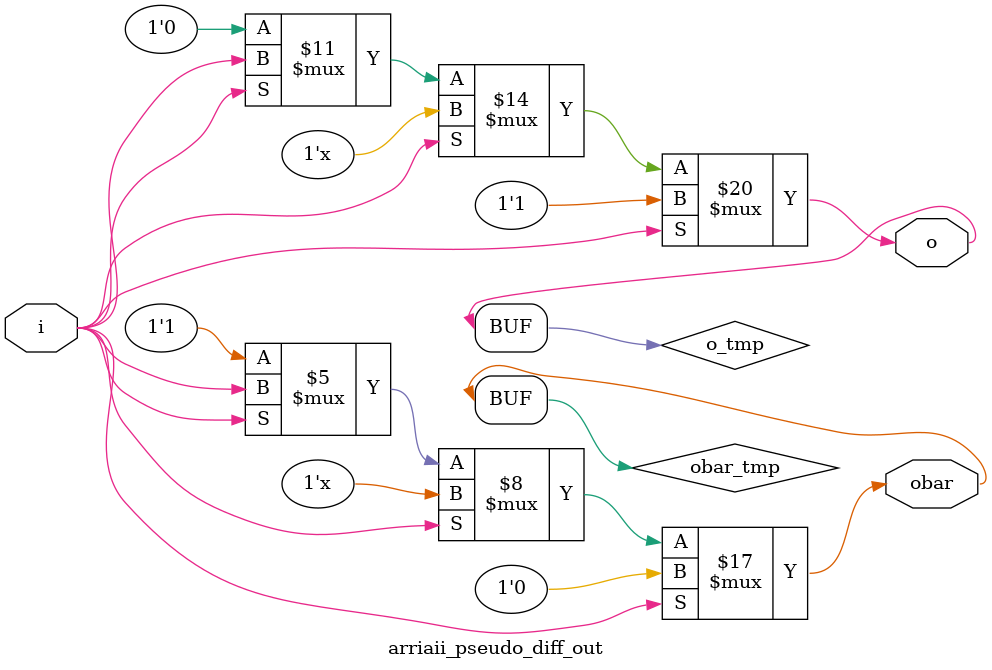
<source format=v>
module arriaii_pseudo_diff_out(
                             i,
                             o,
                             obar
                             );
parameter lpm_type = "arriaii_pseudo_diff_out";
input i;
output o;
output obar;
reg o_tmp;
reg obar_tmp;
assign o = o_tmp;
assign obar = obar_tmp;
always@(i)
    begin
        if( i == 1'b1)
            begin
                o_tmp = 1'b1;
                obar_tmp = 1'b0;
            end
        else if( i == 1'b0)
            begin
                o_tmp = 1'b0;
                obar_tmp = 1'b1;
            end
        else
            begin
                o_tmp = i;
                obar_tmp = i;
            end
    end
endmodule
</source>
